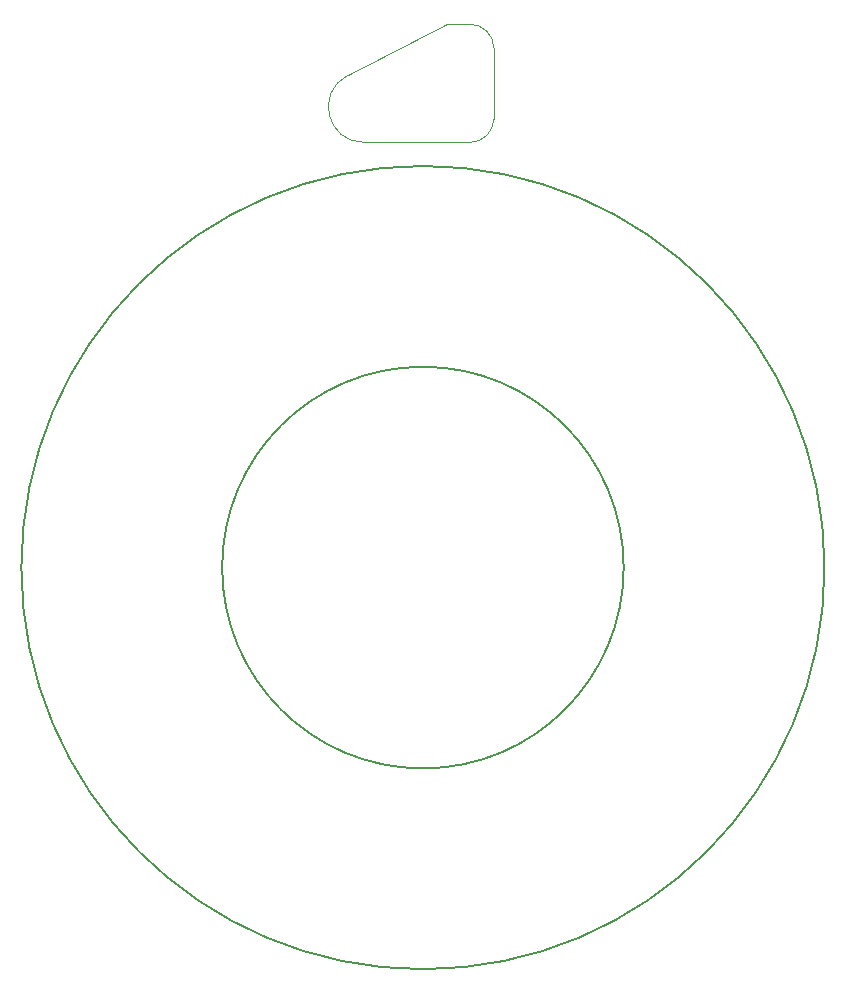
<source format=gbr>
%TF.GenerationSoftware,KiCad,Pcbnew,6.0.4-6f826c9f35~116~ubuntu20.04.1*%
%TF.CreationDate,2022-04-29T16:33:15-07:00*%
%TF.ProjectId,The_Ring_of_Power,5468655f-5269-46e6-975f-6f665f506f77,rev?*%
%TF.SameCoordinates,Original*%
%TF.FileFunction,Profile,NP*%
%FSLAX46Y46*%
G04 Gerber Fmt 4.6, Leading zero omitted, Abs format (unit mm)*
G04 Created by KiCad (PCBNEW 6.0.4-6f826c9f35~116~ubuntu20.04.1) date 2022-04-29 16:33:15*
%MOMM*%
%LPD*%
G01*
G04 APERTURE LIST*
%TA.AperFunction,Profile*%
%ADD10C,0.100000*%
%TD*%
%TA.AperFunction,Profile*%
%ADD11C,0.200000*%
%TD*%
G04 APERTURE END LIST*
D10*
X96000000Y-26000000D02*
X96000000Y-32000000D01*
X94000000Y-34000000D02*
G75*
G03*
X96000000Y-32000000I0J2000000D01*
G01*
X96000000Y-26000000D02*
G75*
G03*
X94000000Y-24000000I-2000000J0D01*
G01*
X92000000Y-24000000D02*
X94000000Y-24000000D01*
X83658359Y-28316718D02*
X92000000Y-24000000D01*
X83658359Y-28316718D02*
G75*
G03*
X85000000Y-34000000I1341641J-2683282D01*
G01*
X85000000Y-34000000D02*
X94000000Y-34000000D01*
D11*
X124000000Y-70000000D02*
G75*
G03*
X124000000Y-70000000I-34000000J0D01*
G01*
X107000000Y-70000000D02*
G75*
G03*
X107000000Y-70000000I-17000000J0D01*
G01*
M02*

</source>
